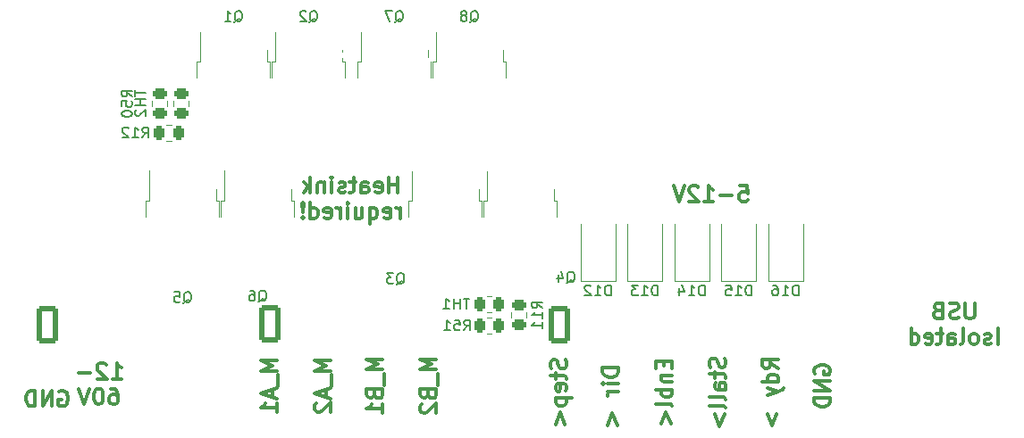
<source format=gbr>
%TF.GenerationSoftware,KiCad,Pcbnew,(6.0.4)*%
%TF.CreationDate,2022-03-22T00:44:57+01:00*%
%TF.ProjectId,HPDriver,48504472-6976-4657-922e-6b696361645f,1.0*%
%TF.SameCoordinates,Original*%
%TF.FileFunction,Legend,Bot*%
%TF.FilePolarity,Positive*%
%FSLAX46Y46*%
G04 Gerber Fmt 4.6, Leading zero omitted, Abs format (unit mm)*
G04 Created by KiCad (PCBNEW (6.0.4)) date 2022-03-22 00:44:57*
%MOMM*%
%LPD*%
G01*
G04 APERTURE LIST*
G04 Aperture macros list*
%AMRoundRect*
0 Rectangle with rounded corners*
0 $1 Rounding radius*
0 $2 $3 $4 $5 $6 $7 $8 $9 X,Y pos of 4 corners*
0 Add a 4 corners polygon primitive as box body*
4,1,4,$2,$3,$4,$5,$6,$7,$8,$9,$2,$3,0*
0 Add four circle primitives for the rounded corners*
1,1,$1+$1,$2,$3*
1,1,$1+$1,$4,$5*
1,1,$1+$1,$6,$7*
1,1,$1+$1,$8,$9*
0 Add four rect primitives between the rounded corners*
20,1,$1+$1,$2,$3,$4,$5,0*
20,1,$1+$1,$4,$5,$6,$7,0*
20,1,$1+$1,$6,$7,$8,$9,0*
20,1,$1+$1,$8,$9,$2,$3,0*%
G04 Aperture macros list end*
%ADD10C,0.300000*%
%ADD11C,0.150000*%
%ADD12C,0.120000*%
%ADD13RoundRect,0.250000X-0.750000X-1.550000X0.750000X-1.550000X0.750000X1.550000X-0.750000X1.550000X0*%
%ADD14O,2.000000X3.600000*%
%ADD15C,1.000000*%
%ADD16C,4.400000*%
%ADD17C,3.800000*%
%ADD18RoundRect,0.250000X0.600000X-0.600000X0.600000X0.600000X-0.600000X0.600000X-0.600000X-0.600000X0*%
%ADD19C,1.700000*%
%ADD20R,1.200000X2.200000*%
%ADD21R,5.800000X6.400000*%
%ADD22RoundRect,0.250000X-0.450000X0.262500X-0.450000X-0.262500X0.450000X-0.262500X0.450000X0.262500X0*%
%ADD23RoundRect,0.250000X-0.262500X-0.450000X0.262500X-0.450000X0.262500X0.450000X-0.262500X0.450000X0*%
%ADD24R,1.800000X2.500000*%
%ADD25C,0.800000*%
G04 APERTURE END LIST*
D10*
X110406571Y-134096428D02*
X108906571Y-134096428D01*
X109978000Y-134596428D01*
X108906571Y-135096428D01*
X110406571Y-135096428D01*
X110549428Y-135453571D02*
X110549428Y-136596428D01*
X109978000Y-136882142D02*
X109978000Y-137596428D01*
X110406571Y-136739285D02*
X108906571Y-137239285D01*
X110406571Y-137739285D01*
X110406571Y-139025000D02*
X110406571Y-138167857D01*
X110406571Y-138596428D02*
X108906571Y-138596428D01*
X109120857Y-138453571D01*
X109263714Y-138310714D01*
X109335142Y-138167857D01*
X161429000Y-135382142D02*
X161357571Y-135239285D01*
X161357571Y-135025000D01*
X161429000Y-134810714D01*
X161571857Y-134667857D01*
X161714714Y-134596428D01*
X162000428Y-134525000D01*
X162214714Y-134525000D01*
X162500428Y-134596428D01*
X162643285Y-134667857D01*
X162786142Y-134810714D01*
X162857571Y-135025000D01*
X162857571Y-135167857D01*
X162786142Y-135382142D01*
X162714714Y-135453571D01*
X162214714Y-135453571D01*
X162214714Y-135167857D01*
X162857571Y-136096428D02*
X161357571Y-136096428D01*
X162857571Y-136953571D01*
X161357571Y-136953571D01*
X162857571Y-137667857D02*
X161357571Y-137667857D01*
X161357571Y-138025000D01*
X161429000Y-138239285D01*
X161571857Y-138382142D01*
X161714714Y-138453571D01*
X162000428Y-138525000D01*
X162214714Y-138525000D01*
X162500428Y-138453571D01*
X162643285Y-138382142D01*
X162786142Y-138239285D01*
X162857571Y-138025000D01*
X162857571Y-137667857D01*
X137767142Y-134052857D02*
X137838571Y-134267142D01*
X137838571Y-134624285D01*
X137767142Y-134767142D01*
X137695714Y-134838571D01*
X137552857Y-134910000D01*
X137410000Y-134910000D01*
X137267142Y-134838571D01*
X137195714Y-134767142D01*
X137124285Y-134624285D01*
X137052857Y-134338571D01*
X136981428Y-134195714D01*
X136910000Y-134124285D01*
X136767142Y-134052857D01*
X136624285Y-134052857D01*
X136481428Y-134124285D01*
X136410000Y-134195714D01*
X136338571Y-134338571D01*
X136338571Y-134695714D01*
X136410000Y-134910000D01*
X136838571Y-135338571D02*
X136838571Y-135910000D01*
X136338571Y-135552857D02*
X137624285Y-135552857D01*
X137767142Y-135624285D01*
X137838571Y-135767142D01*
X137838571Y-135910000D01*
X137767142Y-136981428D02*
X137838571Y-136838571D01*
X137838571Y-136552857D01*
X137767142Y-136410000D01*
X137624285Y-136338571D01*
X137052857Y-136338571D01*
X136910000Y-136410000D01*
X136838571Y-136552857D01*
X136838571Y-136838571D01*
X136910000Y-136981428D01*
X137052857Y-137052857D01*
X137195714Y-137052857D01*
X137338571Y-136338571D01*
X136838571Y-137695714D02*
X138338571Y-137695714D01*
X136910000Y-137695714D02*
X136838571Y-137838571D01*
X136838571Y-138124285D01*
X136910000Y-138267142D01*
X136981428Y-138338571D01*
X137124285Y-138410000D01*
X137552857Y-138410000D01*
X137695714Y-138338571D01*
X137767142Y-138267142D01*
X137838571Y-138124285D01*
X137838571Y-137838571D01*
X137767142Y-137695714D01*
X136838571Y-140195714D02*
X137267142Y-139052857D01*
X137695714Y-140195714D01*
X142791571Y-134826714D02*
X141291571Y-134826714D01*
X141291571Y-135183857D01*
X141363000Y-135398142D01*
X141505857Y-135541000D01*
X141648714Y-135612428D01*
X141934428Y-135683857D01*
X142148714Y-135683857D01*
X142434428Y-135612428D01*
X142577285Y-135541000D01*
X142720142Y-135398142D01*
X142791571Y-135183857D01*
X142791571Y-134826714D01*
X142791571Y-136326714D02*
X141791571Y-136326714D01*
X141291571Y-136326714D02*
X141363000Y-136255285D01*
X141434428Y-136326714D01*
X141363000Y-136398142D01*
X141291571Y-136326714D01*
X141434428Y-136326714D01*
X142791571Y-137041000D02*
X141791571Y-137041000D01*
X142077285Y-137041000D02*
X141934428Y-137112428D01*
X141863000Y-137183857D01*
X141791571Y-137326714D01*
X141791571Y-137469571D01*
X141791571Y-140255285D02*
X142220142Y-139112428D01*
X142648714Y-140255285D01*
X147085857Y-134160000D02*
X147085857Y-134660000D01*
X147871571Y-134874285D02*
X147871571Y-134160000D01*
X146371571Y-134160000D01*
X146371571Y-134874285D01*
X146871571Y-135517142D02*
X147871571Y-135517142D01*
X147014428Y-135517142D02*
X146943000Y-135588571D01*
X146871571Y-135731428D01*
X146871571Y-135945714D01*
X146943000Y-136088571D01*
X147085857Y-136160000D01*
X147871571Y-136160000D01*
X147871571Y-136874285D02*
X146371571Y-136874285D01*
X146943000Y-136874285D02*
X146871571Y-137017142D01*
X146871571Y-137302857D01*
X146943000Y-137445714D01*
X147014428Y-137517142D01*
X147157285Y-137588571D01*
X147585857Y-137588571D01*
X147728714Y-137517142D01*
X147800142Y-137445714D01*
X147871571Y-137302857D01*
X147871571Y-137017142D01*
X147800142Y-136874285D01*
X147871571Y-138445714D02*
X147800142Y-138302857D01*
X147657285Y-138231428D01*
X146371571Y-138231428D01*
X146871571Y-140160000D02*
X147300142Y-139017142D01*
X147728714Y-140160000D01*
X152880142Y-133910000D02*
X152951571Y-134124285D01*
X152951571Y-134481428D01*
X152880142Y-134624285D01*
X152808714Y-134695714D01*
X152665857Y-134767142D01*
X152523000Y-134767142D01*
X152380142Y-134695714D01*
X152308714Y-134624285D01*
X152237285Y-134481428D01*
X152165857Y-134195714D01*
X152094428Y-134052857D01*
X152023000Y-133981428D01*
X151880142Y-133910000D01*
X151737285Y-133910000D01*
X151594428Y-133981428D01*
X151523000Y-134052857D01*
X151451571Y-134195714D01*
X151451571Y-134552857D01*
X151523000Y-134767142D01*
X151951571Y-135195714D02*
X151951571Y-135767142D01*
X151451571Y-135410000D02*
X152737285Y-135410000D01*
X152880142Y-135481428D01*
X152951571Y-135624285D01*
X152951571Y-135767142D01*
X152951571Y-136910000D02*
X152165857Y-136910000D01*
X152023000Y-136838571D01*
X151951571Y-136695714D01*
X151951571Y-136410000D01*
X152023000Y-136267142D01*
X152880142Y-136910000D02*
X152951571Y-136767142D01*
X152951571Y-136410000D01*
X152880142Y-136267142D01*
X152737285Y-136195714D01*
X152594428Y-136195714D01*
X152451571Y-136267142D01*
X152380142Y-136410000D01*
X152380142Y-136767142D01*
X152308714Y-136910000D01*
X152951571Y-137838571D02*
X152880142Y-137695714D01*
X152737285Y-137624285D01*
X151451571Y-137624285D01*
X152951571Y-138624285D02*
X152880142Y-138481428D01*
X152737285Y-138410000D01*
X151451571Y-138410000D01*
X151951571Y-139195714D02*
X152380142Y-140338571D01*
X152808714Y-139195714D01*
X157904571Y-134874285D02*
X157190285Y-134374285D01*
X157904571Y-134017142D02*
X156404571Y-134017142D01*
X156404571Y-134588571D01*
X156476000Y-134731428D01*
X156547428Y-134802857D01*
X156690285Y-134874285D01*
X156904571Y-134874285D01*
X157047428Y-134802857D01*
X157118857Y-134731428D01*
X157190285Y-134588571D01*
X157190285Y-134017142D01*
X157904571Y-136160000D02*
X156404571Y-136160000D01*
X157833142Y-136160000D02*
X157904571Y-136017142D01*
X157904571Y-135731428D01*
X157833142Y-135588571D01*
X157761714Y-135517142D01*
X157618857Y-135445714D01*
X157190285Y-135445714D01*
X157047428Y-135517142D01*
X156976000Y-135588571D01*
X156904571Y-135731428D01*
X156904571Y-136017142D01*
X156976000Y-136160000D01*
X156904571Y-136731428D02*
X157904571Y-137088571D01*
X156904571Y-137445714D02*
X157904571Y-137088571D01*
X158261714Y-136945714D01*
X158333142Y-136874285D01*
X158404571Y-136731428D01*
X156904571Y-139160000D02*
X157333142Y-140302857D01*
X157761714Y-139160000D01*
X115486571Y-134096428D02*
X113986571Y-134096428D01*
X115058000Y-134596428D01*
X113986571Y-135096428D01*
X115486571Y-135096428D01*
X115629428Y-135453571D02*
X115629428Y-136596428D01*
X115058000Y-136882142D02*
X115058000Y-137596428D01*
X115486571Y-136739285D02*
X113986571Y-137239285D01*
X115486571Y-137739285D01*
X114129428Y-138167857D02*
X114058000Y-138239285D01*
X113986571Y-138382142D01*
X113986571Y-138739285D01*
X114058000Y-138882142D01*
X114129428Y-138953571D01*
X114272285Y-139025000D01*
X114415142Y-139025000D01*
X114629428Y-138953571D01*
X115486571Y-138096428D01*
X115486571Y-139025000D01*
X120439571Y-133989285D02*
X118939571Y-133989285D01*
X120011000Y-134489285D01*
X118939571Y-134989285D01*
X120439571Y-134989285D01*
X120582428Y-135346428D02*
X120582428Y-136489285D01*
X119653857Y-137346428D02*
X119725285Y-137560714D01*
X119796714Y-137632142D01*
X119939571Y-137703571D01*
X120153857Y-137703571D01*
X120296714Y-137632142D01*
X120368142Y-137560714D01*
X120439571Y-137417857D01*
X120439571Y-136846428D01*
X118939571Y-136846428D01*
X118939571Y-137346428D01*
X119011000Y-137489285D01*
X119082428Y-137560714D01*
X119225285Y-137632142D01*
X119368142Y-137632142D01*
X119511000Y-137560714D01*
X119582428Y-137489285D01*
X119653857Y-137346428D01*
X119653857Y-136846428D01*
X120439571Y-139132142D02*
X120439571Y-138275000D01*
X120439571Y-138703571D02*
X118939571Y-138703571D01*
X119153857Y-138560714D01*
X119296714Y-138417857D01*
X119368142Y-138275000D01*
X125519571Y-133989285D02*
X124019571Y-133989285D01*
X125091000Y-134489285D01*
X124019571Y-134989285D01*
X125519571Y-134989285D01*
X125662428Y-135346428D02*
X125662428Y-136489285D01*
X124733857Y-137346428D02*
X124805285Y-137560714D01*
X124876714Y-137632142D01*
X125019571Y-137703571D01*
X125233857Y-137703571D01*
X125376714Y-137632142D01*
X125448142Y-137560714D01*
X125519571Y-137417857D01*
X125519571Y-136846428D01*
X124019571Y-136846428D01*
X124019571Y-137346428D01*
X124091000Y-137489285D01*
X124162428Y-137560714D01*
X124305285Y-137632142D01*
X124448142Y-137632142D01*
X124591000Y-137560714D01*
X124662428Y-137489285D01*
X124733857Y-137346428D01*
X124733857Y-136846428D01*
X124162428Y-138275000D02*
X124091000Y-138346428D01*
X124019571Y-138489285D01*
X124019571Y-138846428D01*
X124091000Y-138989285D01*
X124162428Y-139060714D01*
X124305285Y-139132142D01*
X124448142Y-139132142D01*
X124662428Y-139060714D01*
X125519571Y-138203571D01*
X125519571Y-139132142D01*
X176517857Y-128654071D02*
X176517857Y-129868357D01*
X176446428Y-130011214D01*
X176375000Y-130082642D01*
X176232142Y-130154071D01*
X175946428Y-130154071D01*
X175803571Y-130082642D01*
X175732142Y-130011214D01*
X175660714Y-129868357D01*
X175660714Y-128654071D01*
X175017857Y-130082642D02*
X174803571Y-130154071D01*
X174446428Y-130154071D01*
X174303571Y-130082642D01*
X174232142Y-130011214D01*
X174160714Y-129868357D01*
X174160714Y-129725500D01*
X174232142Y-129582642D01*
X174303571Y-129511214D01*
X174446428Y-129439785D01*
X174732142Y-129368357D01*
X174875000Y-129296928D01*
X174946428Y-129225500D01*
X175017857Y-129082642D01*
X175017857Y-128939785D01*
X174946428Y-128796928D01*
X174875000Y-128725500D01*
X174732142Y-128654071D01*
X174375000Y-128654071D01*
X174160714Y-128725500D01*
X173017857Y-129368357D02*
X172803571Y-129439785D01*
X172732142Y-129511214D01*
X172660714Y-129654071D01*
X172660714Y-129868357D01*
X172732142Y-130011214D01*
X172803571Y-130082642D01*
X172946428Y-130154071D01*
X173517857Y-130154071D01*
X173517857Y-128654071D01*
X173017857Y-128654071D01*
X172875000Y-128725500D01*
X172803571Y-128796928D01*
X172732142Y-128939785D01*
X172732142Y-129082642D01*
X172803571Y-129225500D01*
X172875000Y-129296928D01*
X173017857Y-129368357D01*
X173517857Y-129368357D01*
X178732142Y-132569071D02*
X178732142Y-131069071D01*
X178089285Y-132497642D02*
X177946428Y-132569071D01*
X177660714Y-132569071D01*
X177517857Y-132497642D01*
X177446428Y-132354785D01*
X177446428Y-132283357D01*
X177517857Y-132140500D01*
X177660714Y-132069071D01*
X177875000Y-132069071D01*
X178017857Y-131997642D01*
X178089285Y-131854785D01*
X178089285Y-131783357D01*
X178017857Y-131640500D01*
X177875000Y-131569071D01*
X177660714Y-131569071D01*
X177517857Y-131640500D01*
X176589285Y-132569071D02*
X176732142Y-132497642D01*
X176803571Y-132426214D01*
X176875000Y-132283357D01*
X176875000Y-131854785D01*
X176803571Y-131711928D01*
X176732142Y-131640500D01*
X176589285Y-131569071D01*
X176375000Y-131569071D01*
X176232142Y-131640500D01*
X176160714Y-131711928D01*
X176089285Y-131854785D01*
X176089285Y-132283357D01*
X176160714Y-132426214D01*
X176232142Y-132497642D01*
X176375000Y-132569071D01*
X176589285Y-132569071D01*
X175232142Y-132569071D02*
X175375000Y-132497642D01*
X175446428Y-132354785D01*
X175446428Y-131069071D01*
X174017857Y-132569071D02*
X174017857Y-131783357D01*
X174089285Y-131640500D01*
X174232142Y-131569071D01*
X174517857Y-131569071D01*
X174660714Y-131640500D01*
X174017857Y-132497642D02*
X174160714Y-132569071D01*
X174517857Y-132569071D01*
X174660714Y-132497642D01*
X174732142Y-132354785D01*
X174732142Y-132211928D01*
X174660714Y-132069071D01*
X174517857Y-131997642D01*
X174160714Y-131997642D01*
X174017857Y-131926214D01*
X173517857Y-131569071D02*
X172946428Y-131569071D01*
X173303571Y-131069071D02*
X173303571Y-132354785D01*
X173232142Y-132497642D01*
X173089285Y-132569071D01*
X172946428Y-132569071D01*
X171875000Y-132497642D02*
X172017857Y-132569071D01*
X172303571Y-132569071D01*
X172446428Y-132497642D01*
X172517857Y-132354785D01*
X172517857Y-131783357D01*
X172446428Y-131640500D01*
X172303571Y-131569071D01*
X172017857Y-131569071D01*
X171875000Y-131640500D01*
X171803571Y-131783357D01*
X171803571Y-131926214D01*
X172517857Y-132069071D01*
X170517857Y-132569071D02*
X170517857Y-131069071D01*
X170517857Y-132497642D02*
X170660714Y-132569071D01*
X170946428Y-132569071D01*
X171089285Y-132497642D01*
X171160714Y-132426214D01*
X171232142Y-132283357D01*
X171232142Y-131854785D01*
X171160714Y-131711928D01*
X171089285Y-131640500D01*
X170946428Y-131569071D01*
X170660714Y-131569071D01*
X170517857Y-131640500D01*
X89788857Y-137045000D02*
X89931714Y-136973571D01*
X90146000Y-136973571D01*
X90360285Y-137045000D01*
X90503142Y-137187857D01*
X90574571Y-137330714D01*
X90646000Y-137616428D01*
X90646000Y-137830714D01*
X90574571Y-138116428D01*
X90503142Y-138259285D01*
X90360285Y-138402142D01*
X90146000Y-138473571D01*
X90003142Y-138473571D01*
X89788857Y-138402142D01*
X89717428Y-138330714D01*
X89717428Y-137830714D01*
X90003142Y-137830714D01*
X89074571Y-138473571D02*
X89074571Y-136973571D01*
X88217428Y-138473571D01*
X88217428Y-136973571D01*
X87503142Y-138473571D02*
X87503142Y-136973571D01*
X87146000Y-136973571D01*
X86931714Y-137045000D01*
X86788857Y-137187857D01*
X86717428Y-137330714D01*
X86646000Y-137616428D01*
X86646000Y-137830714D01*
X86717428Y-138116428D01*
X86788857Y-138259285D01*
X86931714Y-138402142D01*
X87146000Y-138473571D01*
X87503142Y-138473571D01*
X154280857Y-117542571D02*
X154995142Y-117542571D01*
X155066571Y-118256857D01*
X154995142Y-118185428D01*
X154852285Y-118114000D01*
X154495142Y-118114000D01*
X154352285Y-118185428D01*
X154280857Y-118256857D01*
X154209428Y-118399714D01*
X154209428Y-118756857D01*
X154280857Y-118899714D01*
X154352285Y-118971142D01*
X154495142Y-119042571D01*
X154852285Y-119042571D01*
X154995142Y-118971142D01*
X155066571Y-118899714D01*
X153566571Y-118471142D02*
X152423714Y-118471142D01*
X150923714Y-119042571D02*
X151780857Y-119042571D01*
X151352285Y-119042571D02*
X151352285Y-117542571D01*
X151495142Y-117756857D01*
X151638000Y-117899714D01*
X151780857Y-117971142D01*
X150352285Y-117685428D02*
X150280857Y-117614000D01*
X150138000Y-117542571D01*
X149780857Y-117542571D01*
X149638000Y-117614000D01*
X149566571Y-117685428D01*
X149495142Y-117828285D01*
X149495142Y-117971142D01*
X149566571Y-118185428D01*
X150423714Y-119042571D01*
X149495142Y-119042571D01*
X149066571Y-117542571D02*
X148566571Y-119042571D01*
X148066571Y-117542571D01*
X121903571Y-118216071D02*
X121903571Y-116716071D01*
X121903571Y-117430357D02*
X121046428Y-117430357D01*
X121046428Y-118216071D02*
X121046428Y-116716071D01*
X119760714Y-118144642D02*
X119903571Y-118216071D01*
X120189285Y-118216071D01*
X120332142Y-118144642D01*
X120403571Y-118001785D01*
X120403571Y-117430357D01*
X120332142Y-117287500D01*
X120189285Y-117216071D01*
X119903571Y-117216071D01*
X119760714Y-117287500D01*
X119689285Y-117430357D01*
X119689285Y-117573214D01*
X120403571Y-117716071D01*
X118403571Y-118216071D02*
X118403571Y-117430357D01*
X118475000Y-117287500D01*
X118617857Y-117216071D01*
X118903571Y-117216071D01*
X119046428Y-117287500D01*
X118403571Y-118144642D02*
X118546428Y-118216071D01*
X118903571Y-118216071D01*
X119046428Y-118144642D01*
X119117857Y-118001785D01*
X119117857Y-117858928D01*
X119046428Y-117716071D01*
X118903571Y-117644642D01*
X118546428Y-117644642D01*
X118403571Y-117573214D01*
X117903571Y-117216071D02*
X117332142Y-117216071D01*
X117689285Y-116716071D02*
X117689285Y-118001785D01*
X117617857Y-118144642D01*
X117475000Y-118216071D01*
X117332142Y-118216071D01*
X116903571Y-118144642D02*
X116760714Y-118216071D01*
X116475000Y-118216071D01*
X116332142Y-118144642D01*
X116260714Y-118001785D01*
X116260714Y-117930357D01*
X116332142Y-117787500D01*
X116475000Y-117716071D01*
X116689285Y-117716071D01*
X116832142Y-117644642D01*
X116903571Y-117501785D01*
X116903571Y-117430357D01*
X116832142Y-117287500D01*
X116689285Y-117216071D01*
X116475000Y-117216071D01*
X116332142Y-117287500D01*
X115617857Y-118216071D02*
X115617857Y-117216071D01*
X115617857Y-116716071D02*
X115689285Y-116787500D01*
X115617857Y-116858928D01*
X115546428Y-116787500D01*
X115617857Y-116716071D01*
X115617857Y-116858928D01*
X114903571Y-117216071D02*
X114903571Y-118216071D01*
X114903571Y-117358928D02*
X114832142Y-117287500D01*
X114689285Y-117216071D01*
X114475000Y-117216071D01*
X114332142Y-117287500D01*
X114260714Y-117430357D01*
X114260714Y-118216071D01*
X113546428Y-118216071D02*
X113546428Y-116716071D01*
X113403571Y-117644642D02*
X112975000Y-118216071D01*
X112975000Y-117216071D02*
X113546428Y-117787500D01*
X122082142Y-120631071D02*
X122082142Y-119631071D01*
X122082142Y-119916785D02*
X122010714Y-119773928D01*
X121939285Y-119702500D01*
X121796428Y-119631071D01*
X121653571Y-119631071D01*
X120582142Y-120559642D02*
X120725000Y-120631071D01*
X121010714Y-120631071D01*
X121153571Y-120559642D01*
X121225000Y-120416785D01*
X121225000Y-119845357D01*
X121153571Y-119702500D01*
X121010714Y-119631071D01*
X120725000Y-119631071D01*
X120582142Y-119702500D01*
X120510714Y-119845357D01*
X120510714Y-119988214D01*
X121225000Y-120131071D01*
X119225000Y-119631071D02*
X119225000Y-121131071D01*
X119225000Y-120559642D02*
X119367857Y-120631071D01*
X119653571Y-120631071D01*
X119796428Y-120559642D01*
X119867857Y-120488214D01*
X119939285Y-120345357D01*
X119939285Y-119916785D01*
X119867857Y-119773928D01*
X119796428Y-119702500D01*
X119653571Y-119631071D01*
X119367857Y-119631071D01*
X119225000Y-119702500D01*
X117867857Y-119631071D02*
X117867857Y-120631071D01*
X118510714Y-119631071D02*
X118510714Y-120416785D01*
X118439285Y-120559642D01*
X118296428Y-120631071D01*
X118082142Y-120631071D01*
X117939285Y-120559642D01*
X117867857Y-120488214D01*
X117153571Y-120631071D02*
X117153571Y-119631071D01*
X117153571Y-119131071D02*
X117225000Y-119202500D01*
X117153571Y-119273928D01*
X117082142Y-119202500D01*
X117153571Y-119131071D01*
X117153571Y-119273928D01*
X116439285Y-120631071D02*
X116439285Y-119631071D01*
X116439285Y-119916785D02*
X116367857Y-119773928D01*
X116296428Y-119702500D01*
X116153571Y-119631071D01*
X116010714Y-119631071D01*
X114939285Y-120559642D02*
X115082142Y-120631071D01*
X115367857Y-120631071D01*
X115510714Y-120559642D01*
X115582142Y-120416785D01*
X115582142Y-119845357D01*
X115510714Y-119702500D01*
X115367857Y-119631071D01*
X115082142Y-119631071D01*
X114939285Y-119702500D01*
X114867857Y-119845357D01*
X114867857Y-119988214D01*
X115582142Y-120131071D01*
X113582142Y-120631071D02*
X113582142Y-119131071D01*
X113582142Y-120559642D02*
X113725000Y-120631071D01*
X114010714Y-120631071D01*
X114153571Y-120559642D01*
X114225000Y-120488214D01*
X114296428Y-120345357D01*
X114296428Y-119916785D01*
X114225000Y-119773928D01*
X114153571Y-119702500D01*
X114010714Y-119631071D01*
X113725000Y-119631071D01*
X113582142Y-119702500D01*
X112867857Y-120488214D02*
X112796428Y-120559642D01*
X112867857Y-120631071D01*
X112939285Y-120559642D01*
X112867857Y-120488214D01*
X112867857Y-120631071D01*
X112867857Y-120059642D02*
X112939285Y-119202500D01*
X112867857Y-119131071D01*
X112796428Y-119202500D01*
X112867857Y-120059642D01*
X112867857Y-119131071D01*
X94813285Y-135869071D02*
X95670428Y-135869071D01*
X95241857Y-135869071D02*
X95241857Y-134369071D01*
X95384714Y-134583357D01*
X95527571Y-134726214D01*
X95670428Y-134797642D01*
X94241857Y-134511928D02*
X94170428Y-134440500D01*
X94027571Y-134369071D01*
X93670428Y-134369071D01*
X93527571Y-134440500D01*
X93456142Y-134511928D01*
X93384714Y-134654785D01*
X93384714Y-134797642D01*
X93456142Y-135011928D01*
X94313285Y-135869071D01*
X93384714Y-135869071D01*
X92741857Y-135297642D02*
X91599000Y-135297642D01*
X94670428Y-136784071D02*
X94956142Y-136784071D01*
X95099000Y-136855500D01*
X95170428Y-136926928D01*
X95313285Y-137141214D01*
X95384714Y-137426928D01*
X95384714Y-137998357D01*
X95313285Y-138141214D01*
X95241857Y-138212642D01*
X95099000Y-138284071D01*
X94813285Y-138284071D01*
X94670428Y-138212642D01*
X94599000Y-138141214D01*
X94527571Y-137998357D01*
X94527571Y-137641214D01*
X94599000Y-137498357D01*
X94670428Y-137426928D01*
X94813285Y-137355500D01*
X95099000Y-137355500D01*
X95241857Y-137426928D01*
X95313285Y-137498357D01*
X95384714Y-137641214D01*
X93599000Y-136784071D02*
X93456142Y-136784071D01*
X93313285Y-136855500D01*
X93241857Y-136926928D01*
X93170428Y-137069785D01*
X93099000Y-137355500D01*
X93099000Y-137712642D01*
X93170428Y-137998357D01*
X93241857Y-138141214D01*
X93313285Y-138212642D01*
X93456142Y-138284071D01*
X93599000Y-138284071D01*
X93741857Y-138212642D01*
X93813285Y-138141214D01*
X93884714Y-137998357D01*
X93956142Y-137712642D01*
X93956142Y-137355500D01*
X93884714Y-137069785D01*
X93813285Y-136926928D01*
X93741857Y-136855500D01*
X93599000Y-136784071D01*
X92670428Y-136784071D02*
X92170428Y-138284071D01*
X91670428Y-136784071D01*
D11*
X108680238Y-128563619D02*
X108775476Y-128516000D01*
X108870714Y-128420761D01*
X109013571Y-128277904D01*
X109108809Y-128230285D01*
X109204047Y-128230285D01*
X109156428Y-128468380D02*
X109251666Y-128420761D01*
X109346904Y-128325523D01*
X109394523Y-128135047D01*
X109394523Y-127801714D01*
X109346904Y-127611238D01*
X109251666Y-127516000D01*
X109156428Y-127468380D01*
X108965952Y-127468380D01*
X108870714Y-127516000D01*
X108775476Y-127611238D01*
X108727857Y-127801714D01*
X108727857Y-128135047D01*
X108775476Y-128325523D01*
X108870714Y-128420761D01*
X108965952Y-128468380D01*
X109156428Y-128468380D01*
X107870714Y-127468380D02*
X108061190Y-127468380D01*
X108156428Y-127516000D01*
X108204047Y-127563619D01*
X108299285Y-127706476D01*
X108346904Y-127896952D01*
X108346904Y-128277904D01*
X108299285Y-128373142D01*
X108251666Y-128420761D01*
X108156428Y-128468380D01*
X107965952Y-128468380D01*
X107870714Y-128420761D01*
X107823095Y-128373142D01*
X107775476Y-128277904D01*
X107775476Y-128039809D01*
X107823095Y-127944571D01*
X107870714Y-127896952D01*
X107965952Y-127849333D01*
X108156428Y-127849333D01*
X108251666Y-127896952D01*
X108299285Y-127944571D01*
X108346904Y-128039809D01*
X101568238Y-128690619D02*
X101663476Y-128643000D01*
X101758714Y-128547761D01*
X101901571Y-128404904D01*
X101996809Y-128357285D01*
X102092047Y-128357285D01*
X102044428Y-128595380D02*
X102139666Y-128547761D01*
X102234904Y-128452523D01*
X102282523Y-128262047D01*
X102282523Y-127928714D01*
X102234904Y-127738238D01*
X102139666Y-127643000D01*
X102044428Y-127595380D01*
X101853952Y-127595380D01*
X101758714Y-127643000D01*
X101663476Y-127738238D01*
X101615857Y-127928714D01*
X101615857Y-128262047D01*
X101663476Y-128452523D01*
X101758714Y-128547761D01*
X101853952Y-128595380D01*
X102044428Y-128595380D01*
X100711095Y-127595380D02*
X101187285Y-127595380D01*
X101234904Y-128071571D01*
X101187285Y-128023952D01*
X101092047Y-127976333D01*
X100853952Y-127976333D01*
X100758714Y-128023952D01*
X100711095Y-128071571D01*
X100663476Y-128166809D01*
X100663476Y-128404904D01*
X100711095Y-128500142D01*
X100758714Y-128547761D01*
X100853952Y-128595380D01*
X101092047Y-128595380D01*
X101187285Y-128547761D01*
X101234904Y-128500142D01*
X121634238Y-102020619D02*
X121729476Y-101973000D01*
X121824714Y-101877761D01*
X121967571Y-101734904D01*
X122062809Y-101687285D01*
X122158047Y-101687285D01*
X122110428Y-101925380D02*
X122205666Y-101877761D01*
X122300904Y-101782523D01*
X122348523Y-101592047D01*
X122348523Y-101258714D01*
X122300904Y-101068238D01*
X122205666Y-100973000D01*
X122110428Y-100925380D01*
X121919952Y-100925380D01*
X121824714Y-100973000D01*
X121729476Y-101068238D01*
X121681857Y-101258714D01*
X121681857Y-101592047D01*
X121729476Y-101782523D01*
X121824714Y-101877761D01*
X121919952Y-101925380D01*
X122110428Y-101925380D01*
X121348523Y-100925380D02*
X120681857Y-100925380D01*
X121110428Y-101925380D01*
X113506238Y-102020619D02*
X113601476Y-101973000D01*
X113696714Y-101877761D01*
X113839571Y-101734904D01*
X113934809Y-101687285D01*
X114030047Y-101687285D01*
X113982428Y-101925380D02*
X114077666Y-101877761D01*
X114172904Y-101782523D01*
X114220523Y-101592047D01*
X114220523Y-101258714D01*
X114172904Y-101068238D01*
X114077666Y-100973000D01*
X113982428Y-100925380D01*
X113791952Y-100925380D01*
X113696714Y-100973000D01*
X113601476Y-101068238D01*
X113553857Y-101258714D01*
X113553857Y-101592047D01*
X113601476Y-101782523D01*
X113696714Y-101877761D01*
X113791952Y-101925380D01*
X113982428Y-101925380D01*
X113172904Y-101020619D02*
X113125285Y-100973000D01*
X113030047Y-100925380D01*
X112791952Y-100925380D01*
X112696714Y-100973000D01*
X112649095Y-101020619D01*
X112601476Y-101115857D01*
X112601476Y-101211095D01*
X112649095Y-101353952D01*
X113220523Y-101925380D01*
X112601476Y-101925380D01*
X106394238Y-102020619D02*
X106489476Y-101973000D01*
X106584714Y-101877761D01*
X106727571Y-101734904D01*
X106822809Y-101687285D01*
X106918047Y-101687285D01*
X106870428Y-101925380D02*
X106965666Y-101877761D01*
X107060904Y-101782523D01*
X107108523Y-101592047D01*
X107108523Y-101258714D01*
X107060904Y-101068238D01*
X106965666Y-100973000D01*
X106870428Y-100925380D01*
X106679952Y-100925380D01*
X106584714Y-100973000D01*
X106489476Y-101068238D01*
X106441857Y-101258714D01*
X106441857Y-101592047D01*
X106489476Y-101782523D01*
X106584714Y-101877761D01*
X106679952Y-101925380D01*
X106870428Y-101925380D01*
X105489476Y-101925380D02*
X106060904Y-101925380D01*
X105775190Y-101925380D02*
X105775190Y-100925380D01*
X105870428Y-101068238D01*
X105965666Y-101163476D01*
X106060904Y-101211095D01*
X121761238Y-126912619D02*
X121856476Y-126865000D01*
X121951714Y-126769761D01*
X122094571Y-126626904D01*
X122189809Y-126579285D01*
X122285047Y-126579285D01*
X122237428Y-126817380D02*
X122332666Y-126769761D01*
X122427904Y-126674523D01*
X122475523Y-126484047D01*
X122475523Y-126150714D01*
X122427904Y-125960238D01*
X122332666Y-125865000D01*
X122237428Y-125817380D01*
X122046952Y-125817380D01*
X121951714Y-125865000D01*
X121856476Y-125960238D01*
X121808857Y-126150714D01*
X121808857Y-126484047D01*
X121856476Y-126674523D01*
X121951714Y-126769761D01*
X122046952Y-126817380D01*
X122237428Y-126817380D01*
X121475523Y-125817380D02*
X120856476Y-125817380D01*
X121189809Y-126198333D01*
X121046952Y-126198333D01*
X120951714Y-126245952D01*
X120904095Y-126293571D01*
X120856476Y-126388809D01*
X120856476Y-126626904D01*
X120904095Y-126722142D01*
X120951714Y-126769761D01*
X121046952Y-126817380D01*
X121332666Y-126817380D01*
X121427904Y-126769761D01*
X121475523Y-126722142D01*
X137890238Y-126785619D02*
X137985476Y-126738000D01*
X138080714Y-126642761D01*
X138223571Y-126499904D01*
X138318809Y-126452285D01*
X138414047Y-126452285D01*
X138366428Y-126690380D02*
X138461666Y-126642761D01*
X138556904Y-126547523D01*
X138604523Y-126357047D01*
X138604523Y-126023714D01*
X138556904Y-125833238D01*
X138461666Y-125738000D01*
X138366428Y-125690380D01*
X138175952Y-125690380D01*
X138080714Y-125738000D01*
X137985476Y-125833238D01*
X137937857Y-126023714D01*
X137937857Y-126357047D01*
X137985476Y-126547523D01*
X138080714Y-126642761D01*
X138175952Y-126690380D01*
X138366428Y-126690380D01*
X137080714Y-126023714D02*
X137080714Y-126690380D01*
X137318809Y-125642761D02*
X137556904Y-126357047D01*
X136937857Y-126357047D01*
X135580380Y-129151142D02*
X135104190Y-128817809D01*
X135580380Y-128579714D02*
X134580380Y-128579714D01*
X134580380Y-128960666D01*
X134628000Y-129055904D01*
X134675619Y-129103523D01*
X134770857Y-129151142D01*
X134913714Y-129151142D01*
X135008952Y-129103523D01*
X135056571Y-129055904D01*
X135104190Y-128960666D01*
X135104190Y-128579714D01*
X135580380Y-130103523D02*
X135580380Y-129532095D01*
X135580380Y-129817809D02*
X134580380Y-129817809D01*
X134723238Y-129722571D01*
X134818476Y-129627333D01*
X134866095Y-129532095D01*
X135580380Y-131055904D02*
X135580380Y-130484476D01*
X135580380Y-130770190D02*
X134580380Y-130770190D01*
X134723238Y-130674952D01*
X134818476Y-130579714D01*
X134866095Y-130484476D01*
X97670857Y-112974380D02*
X98004190Y-112498190D01*
X98242285Y-112974380D02*
X98242285Y-111974380D01*
X97861333Y-111974380D01*
X97766095Y-112022000D01*
X97718476Y-112069619D01*
X97670857Y-112164857D01*
X97670857Y-112307714D01*
X97718476Y-112402952D01*
X97766095Y-112450571D01*
X97861333Y-112498190D01*
X98242285Y-112498190D01*
X96718476Y-112974380D02*
X97289904Y-112974380D01*
X97004190Y-112974380D02*
X97004190Y-111974380D01*
X97099428Y-112117238D01*
X97194666Y-112212476D01*
X97289904Y-112260095D01*
X96337523Y-112069619D02*
X96289904Y-112022000D01*
X96194666Y-111974380D01*
X95956571Y-111974380D01*
X95861333Y-112022000D01*
X95813714Y-112069619D01*
X95766095Y-112164857D01*
X95766095Y-112260095D01*
X95813714Y-112402952D01*
X96385142Y-112974380D01*
X95766095Y-112974380D01*
X128666714Y-128230380D02*
X128095285Y-128230380D01*
X128381000Y-129230380D02*
X128381000Y-128230380D01*
X127761952Y-129230380D02*
X127761952Y-128230380D01*
X127761952Y-128706571D02*
X127190523Y-128706571D01*
X127190523Y-129230380D02*
X127190523Y-128230380D01*
X126190523Y-129230380D02*
X126761952Y-129230380D01*
X126476238Y-129230380D02*
X126476238Y-128230380D01*
X126571476Y-128373238D01*
X126666714Y-128468476D01*
X126761952Y-128516095D01*
X96988380Y-108442285D02*
X96988380Y-109013714D01*
X97988380Y-108728000D02*
X96988380Y-108728000D01*
X97988380Y-109347047D02*
X96988380Y-109347047D01*
X97464571Y-109347047D02*
X97464571Y-109918476D01*
X97988380Y-109918476D02*
X96988380Y-109918476D01*
X97083619Y-110347047D02*
X97036000Y-110394666D01*
X96988380Y-110489904D01*
X96988380Y-110728000D01*
X97036000Y-110823238D01*
X97083619Y-110870857D01*
X97178857Y-110918476D01*
X97274095Y-110918476D01*
X97416952Y-110870857D01*
X97988380Y-110299428D01*
X97988380Y-110918476D01*
X128746238Y-102020619D02*
X128841476Y-101973000D01*
X128936714Y-101877761D01*
X129079571Y-101734904D01*
X129174809Y-101687285D01*
X129270047Y-101687285D01*
X129222428Y-101925380D02*
X129317666Y-101877761D01*
X129412904Y-101782523D01*
X129460523Y-101592047D01*
X129460523Y-101258714D01*
X129412904Y-101068238D01*
X129317666Y-100973000D01*
X129222428Y-100925380D01*
X129031952Y-100925380D01*
X128936714Y-100973000D01*
X128841476Y-101068238D01*
X128793857Y-101258714D01*
X128793857Y-101592047D01*
X128841476Y-101782523D01*
X128936714Y-101877761D01*
X129031952Y-101925380D01*
X129222428Y-101925380D01*
X128222428Y-101353952D02*
X128317666Y-101306333D01*
X128365285Y-101258714D01*
X128412904Y-101163476D01*
X128412904Y-101115857D01*
X128365285Y-101020619D01*
X128317666Y-100973000D01*
X128222428Y-100925380D01*
X128031952Y-100925380D01*
X127936714Y-100973000D01*
X127889095Y-101020619D01*
X127841476Y-101115857D01*
X127841476Y-101163476D01*
X127889095Y-101258714D01*
X127936714Y-101306333D01*
X128031952Y-101353952D01*
X128222428Y-101353952D01*
X128317666Y-101401571D01*
X128365285Y-101449190D01*
X128412904Y-101544428D01*
X128412904Y-101734904D01*
X128365285Y-101830142D01*
X128317666Y-101877761D01*
X128222428Y-101925380D01*
X128031952Y-101925380D01*
X127936714Y-101877761D01*
X127889095Y-101830142D01*
X127841476Y-101734904D01*
X127841476Y-101544428D01*
X127889095Y-101449190D01*
X127936714Y-101401571D01*
X128031952Y-101353952D01*
X96718380Y-109085142D02*
X96242190Y-108751809D01*
X96718380Y-108513714D02*
X95718380Y-108513714D01*
X95718380Y-108894666D01*
X95766000Y-108989904D01*
X95813619Y-109037523D01*
X95908857Y-109085142D01*
X96051714Y-109085142D01*
X96146952Y-109037523D01*
X96194571Y-108989904D01*
X96242190Y-108894666D01*
X96242190Y-108513714D01*
X95718380Y-109989904D02*
X95718380Y-109513714D01*
X96194571Y-109466095D01*
X96146952Y-109513714D01*
X96099333Y-109608952D01*
X96099333Y-109847047D01*
X96146952Y-109942285D01*
X96194571Y-109989904D01*
X96289809Y-110037523D01*
X96527904Y-110037523D01*
X96623142Y-109989904D01*
X96670761Y-109942285D01*
X96718380Y-109847047D01*
X96718380Y-109608952D01*
X96670761Y-109513714D01*
X96623142Y-109466095D01*
X95718380Y-110656571D02*
X95718380Y-110751809D01*
X95766000Y-110847047D01*
X95813619Y-110894666D01*
X95908857Y-110942285D01*
X96099333Y-110989904D01*
X96337428Y-110989904D01*
X96527904Y-110942285D01*
X96623142Y-110894666D01*
X96670761Y-110847047D01*
X96718380Y-110751809D01*
X96718380Y-110656571D01*
X96670761Y-110561333D01*
X96623142Y-110513714D01*
X96527904Y-110466095D01*
X96337428Y-110418476D01*
X96099333Y-110418476D01*
X95908857Y-110466095D01*
X95813619Y-110513714D01*
X95766000Y-110561333D01*
X95718380Y-110656571D01*
X128150857Y-131262380D02*
X128484190Y-130786190D01*
X128722285Y-131262380D02*
X128722285Y-130262380D01*
X128341333Y-130262380D01*
X128246095Y-130310000D01*
X128198476Y-130357619D01*
X128150857Y-130452857D01*
X128150857Y-130595714D01*
X128198476Y-130690952D01*
X128246095Y-130738571D01*
X128341333Y-130786190D01*
X128722285Y-130786190D01*
X127246095Y-130262380D02*
X127722285Y-130262380D01*
X127769904Y-130738571D01*
X127722285Y-130690952D01*
X127627047Y-130643333D01*
X127388952Y-130643333D01*
X127293714Y-130690952D01*
X127246095Y-130738571D01*
X127198476Y-130833809D01*
X127198476Y-131071904D01*
X127246095Y-131167142D01*
X127293714Y-131214761D01*
X127388952Y-131262380D01*
X127627047Y-131262380D01*
X127722285Y-131214761D01*
X127769904Y-131167142D01*
X126246095Y-131262380D02*
X126817523Y-131262380D01*
X126531809Y-131262380D02*
X126531809Y-130262380D01*
X126627047Y-130405238D01*
X126722285Y-130500476D01*
X126817523Y-130548095D01*
X142057285Y-127960380D02*
X142057285Y-126960380D01*
X141819190Y-126960380D01*
X141676333Y-127008000D01*
X141581095Y-127103238D01*
X141533476Y-127198476D01*
X141485857Y-127388952D01*
X141485857Y-127531809D01*
X141533476Y-127722285D01*
X141581095Y-127817523D01*
X141676333Y-127912761D01*
X141819190Y-127960380D01*
X142057285Y-127960380D01*
X140533476Y-127960380D02*
X141104904Y-127960380D01*
X140819190Y-127960380D02*
X140819190Y-126960380D01*
X140914428Y-127103238D01*
X141009666Y-127198476D01*
X141104904Y-127246095D01*
X140152523Y-127055619D02*
X140104904Y-127008000D01*
X140009666Y-126960380D01*
X139771571Y-126960380D01*
X139676333Y-127008000D01*
X139628714Y-127055619D01*
X139581095Y-127150857D01*
X139581095Y-127246095D01*
X139628714Y-127388952D01*
X140200142Y-127960380D01*
X139581095Y-127960380D01*
X146502285Y-127960380D02*
X146502285Y-126960380D01*
X146264190Y-126960380D01*
X146121333Y-127008000D01*
X146026095Y-127103238D01*
X145978476Y-127198476D01*
X145930857Y-127388952D01*
X145930857Y-127531809D01*
X145978476Y-127722285D01*
X146026095Y-127817523D01*
X146121333Y-127912761D01*
X146264190Y-127960380D01*
X146502285Y-127960380D01*
X144978476Y-127960380D02*
X145549904Y-127960380D01*
X145264190Y-127960380D02*
X145264190Y-126960380D01*
X145359428Y-127103238D01*
X145454666Y-127198476D01*
X145549904Y-127246095D01*
X144645142Y-126960380D02*
X144026095Y-126960380D01*
X144359428Y-127341333D01*
X144216571Y-127341333D01*
X144121333Y-127388952D01*
X144073714Y-127436571D01*
X144026095Y-127531809D01*
X144026095Y-127769904D01*
X144073714Y-127865142D01*
X144121333Y-127912761D01*
X144216571Y-127960380D01*
X144502285Y-127960380D01*
X144597523Y-127912761D01*
X144645142Y-127865142D01*
X155392285Y-127960380D02*
X155392285Y-126960380D01*
X155154190Y-126960380D01*
X155011333Y-127008000D01*
X154916095Y-127103238D01*
X154868476Y-127198476D01*
X154820857Y-127388952D01*
X154820857Y-127531809D01*
X154868476Y-127722285D01*
X154916095Y-127817523D01*
X155011333Y-127912761D01*
X155154190Y-127960380D01*
X155392285Y-127960380D01*
X153868476Y-127960380D02*
X154439904Y-127960380D01*
X154154190Y-127960380D02*
X154154190Y-126960380D01*
X154249428Y-127103238D01*
X154344666Y-127198476D01*
X154439904Y-127246095D01*
X152963714Y-126960380D02*
X153439904Y-126960380D01*
X153487523Y-127436571D01*
X153439904Y-127388952D01*
X153344666Y-127341333D01*
X153106571Y-127341333D01*
X153011333Y-127388952D01*
X152963714Y-127436571D01*
X152916095Y-127531809D01*
X152916095Y-127769904D01*
X152963714Y-127865142D01*
X153011333Y-127912761D01*
X153106571Y-127960380D01*
X153344666Y-127960380D01*
X153439904Y-127912761D01*
X153487523Y-127865142D01*
X159837285Y-127960380D02*
X159837285Y-126960380D01*
X159599190Y-126960380D01*
X159456333Y-127008000D01*
X159361095Y-127103238D01*
X159313476Y-127198476D01*
X159265857Y-127388952D01*
X159265857Y-127531809D01*
X159313476Y-127722285D01*
X159361095Y-127817523D01*
X159456333Y-127912761D01*
X159599190Y-127960380D01*
X159837285Y-127960380D01*
X158313476Y-127960380D02*
X158884904Y-127960380D01*
X158599190Y-127960380D02*
X158599190Y-126960380D01*
X158694428Y-127103238D01*
X158789666Y-127198476D01*
X158884904Y-127246095D01*
X157456333Y-126960380D02*
X157646809Y-126960380D01*
X157742047Y-127008000D01*
X157789666Y-127055619D01*
X157884904Y-127198476D01*
X157932523Y-127388952D01*
X157932523Y-127769904D01*
X157884904Y-127865142D01*
X157837285Y-127912761D01*
X157742047Y-127960380D01*
X157551571Y-127960380D01*
X157456333Y-127912761D01*
X157408714Y-127865142D01*
X157361095Y-127769904D01*
X157361095Y-127531809D01*
X157408714Y-127436571D01*
X157456333Y-127388952D01*
X157551571Y-127341333D01*
X157742047Y-127341333D01*
X157837285Y-127388952D01*
X157884904Y-127436571D01*
X157932523Y-127531809D01*
X150947285Y-127960380D02*
X150947285Y-126960380D01*
X150709190Y-126960380D01*
X150566333Y-127008000D01*
X150471095Y-127103238D01*
X150423476Y-127198476D01*
X150375857Y-127388952D01*
X150375857Y-127531809D01*
X150423476Y-127722285D01*
X150471095Y-127817523D01*
X150566333Y-127912761D01*
X150709190Y-127960380D01*
X150947285Y-127960380D01*
X149423476Y-127960380D02*
X149994904Y-127960380D01*
X149709190Y-127960380D02*
X149709190Y-126960380D01*
X149804428Y-127103238D01*
X149899666Y-127198476D01*
X149994904Y-127246095D01*
X148566333Y-127293714D02*
X148566333Y-127960380D01*
X148804428Y-126912761D02*
X149042523Y-127627047D01*
X148423476Y-127627047D01*
D12*
X105135000Y-118942000D02*
X105405000Y-118942000D01*
X105405000Y-118942000D02*
X105405000Y-116112000D01*
X111765000Y-118942000D02*
X111765000Y-117842000D01*
X112035000Y-120442000D02*
X112035000Y-118942000D01*
X112035000Y-118942000D02*
X111765000Y-118942000D01*
X105135000Y-120442000D02*
X105135000Y-118942000D01*
X104924000Y-120442000D02*
X104924000Y-118942000D01*
X98024000Y-118942000D02*
X98294000Y-118942000D01*
X104654000Y-118942000D02*
X104654000Y-117842000D01*
X98294000Y-118942000D02*
X98294000Y-116112000D01*
X104924000Y-118942000D02*
X104654000Y-118942000D01*
X98024000Y-120442000D02*
X98024000Y-118942000D01*
X118360000Y-105769000D02*
X118360000Y-102939000D01*
X118090000Y-107269000D02*
X118090000Y-105769000D01*
X124990000Y-107269000D02*
X124990000Y-105769000D01*
X118090000Y-105769000D02*
X118360000Y-105769000D01*
X124720000Y-105769000D02*
X124720000Y-104669000D01*
X124990000Y-105769000D02*
X124720000Y-105769000D01*
X116592000Y-105769000D02*
X116592000Y-104669000D01*
X116862000Y-105769000D02*
X116592000Y-105769000D01*
X109962000Y-107269000D02*
X109962000Y-105769000D01*
X109962000Y-105769000D02*
X110232000Y-105769000D01*
X116862000Y-107269000D02*
X116862000Y-105769000D01*
X110232000Y-105769000D02*
X110232000Y-102939000D01*
X109750000Y-107269000D02*
X109750000Y-105769000D01*
X109750000Y-105769000D02*
X109480000Y-105769000D01*
X109480000Y-105769000D02*
X109480000Y-104669000D01*
X102850000Y-107269000D02*
X102850000Y-105769000D01*
X102850000Y-105769000D02*
X103120000Y-105769000D01*
X103120000Y-105769000D02*
X103120000Y-102939000D01*
X129814000Y-118977000D02*
X129544000Y-118977000D01*
X122914000Y-118977000D02*
X123184000Y-118977000D01*
X129814000Y-120477000D02*
X129814000Y-118977000D01*
X123184000Y-118977000D02*
X123184000Y-116147000D01*
X129544000Y-118977000D02*
X129544000Y-117877000D01*
X122914000Y-120477000D02*
X122914000Y-118977000D01*
X130028000Y-120477000D02*
X130028000Y-118977000D01*
X136658000Y-118977000D02*
X136658000Y-117877000D01*
X130028000Y-118977000D02*
X130298000Y-118977000D01*
X130298000Y-118977000D02*
X130298000Y-116147000D01*
X136928000Y-118977000D02*
X136658000Y-118977000D01*
X136928000Y-120477000D02*
X136928000Y-118977000D01*
X134085000Y-129566936D02*
X134085000Y-130021064D01*
X132615000Y-129566936D02*
X132615000Y-130021064D01*
X99975936Y-111787000D02*
X100430064Y-111787000D01*
X99975936Y-113257000D02*
X100430064Y-113257000D01*
X130328936Y-129513000D02*
X130783064Y-129513000D01*
X130328936Y-128043000D02*
X130783064Y-128043000D01*
X102081000Y-109500936D02*
X102081000Y-109955064D01*
X100611000Y-109500936D02*
X100611000Y-109955064D01*
X131832000Y-105769000D02*
X131832000Y-104669000D01*
X125202000Y-107269000D02*
X125202000Y-105769000D01*
X125202000Y-105769000D02*
X125472000Y-105769000D01*
X132102000Y-105769000D02*
X131832000Y-105769000D01*
X125472000Y-105769000D02*
X125472000Y-102939000D01*
X132102000Y-107269000D02*
X132102000Y-105769000D01*
X100049000Y-109500936D02*
X100049000Y-109955064D01*
X98579000Y-109500936D02*
X98579000Y-109955064D01*
X130328936Y-130075000D02*
X130783064Y-130075000D01*
X130328936Y-131545000D02*
X130783064Y-131545000D01*
X142493000Y-126590000D02*
X139193000Y-126590000D01*
X142493000Y-126590000D02*
X142493000Y-121190000D01*
X139193000Y-126590000D02*
X139193000Y-121190000D01*
X143638000Y-126590000D02*
X143638000Y-121190000D01*
X146938000Y-126590000D02*
X146938000Y-121190000D01*
X146938000Y-126590000D02*
X143638000Y-126590000D01*
X152528000Y-126590000D02*
X152528000Y-121190000D01*
X155828000Y-126590000D02*
X152528000Y-126590000D01*
X155828000Y-126590000D02*
X155828000Y-121190000D01*
X160273000Y-126590000D02*
X156973000Y-126590000D01*
X156973000Y-126590000D02*
X156973000Y-121190000D01*
X160273000Y-126590000D02*
X160273000Y-121190000D01*
X148083000Y-126590000D02*
X148083000Y-121190000D01*
X151383000Y-126590000D02*
X151383000Y-121190000D01*
X151383000Y-126590000D02*
X148083000Y-126590000D01*
%LPC*%
D13*
X88646000Y-130715500D03*
D14*
X93646000Y-130715500D03*
D13*
X109728000Y-130683000D03*
D14*
X114728000Y-130683000D03*
X119728000Y-130683000D03*
X124728000Y-130683000D03*
D13*
X137160000Y-130715500D03*
D14*
X142160000Y-130715500D03*
X147160000Y-130715500D03*
X152160000Y-130715500D03*
X157160000Y-130715500D03*
X162160000Y-130715500D03*
D15*
X176825000Y-134815000D03*
X172425000Y-134815000D03*
D16*
X180848000Y-127762000D03*
X142748000Y-95631000D03*
X88392000Y-68580000D03*
X180340000Y-68326000D03*
X101600000Y-135890000D03*
D17*
X130937000Y-135890000D03*
D18*
X164973000Y-73025000D03*
D19*
X164973000Y-70485000D03*
X167513000Y-73025000D03*
X167513000Y-70485000D03*
X170053000Y-73025000D03*
X170053000Y-70485000D03*
D20*
X106305000Y-117212000D03*
D21*
X108585000Y-123512000D03*
D20*
X110865000Y-117212000D03*
X99194000Y-117212000D03*
D21*
X101474000Y-123512000D03*
D20*
X103754000Y-117212000D03*
X119260000Y-104039000D03*
D21*
X121540000Y-110339000D03*
D20*
X123820000Y-104039000D03*
X111132000Y-104039000D03*
D21*
X113412000Y-110339000D03*
D20*
X115692000Y-104039000D03*
X104020000Y-104039000D03*
D21*
X106300000Y-110339000D03*
D20*
X108580000Y-104039000D03*
X124084000Y-117247000D03*
D21*
X126364000Y-123547000D03*
D20*
X128644000Y-117247000D03*
X131198000Y-117247000D03*
D21*
X133478000Y-123547000D03*
D20*
X135758000Y-117247000D03*
D22*
X133350000Y-128881500D03*
X133350000Y-130706500D03*
D23*
X99290500Y-112522000D03*
X101115500Y-112522000D03*
X129643500Y-128778000D03*
X131468500Y-128778000D03*
D22*
X101346000Y-108815500D03*
X101346000Y-110640500D03*
D20*
X126372000Y-104039000D03*
D21*
X128652000Y-110339000D03*
D20*
X130932000Y-104039000D03*
D22*
X99314000Y-108815500D03*
X99314000Y-110640500D03*
D23*
X129643500Y-130810000D03*
X131468500Y-130810000D03*
D24*
X140843000Y-125190000D03*
X140843000Y-121190000D03*
X145288000Y-125190000D03*
X145288000Y-121190000D03*
X154178000Y-125190000D03*
X154178000Y-121190000D03*
X158623000Y-125190000D03*
X158623000Y-121190000D03*
X149733000Y-125190000D03*
X149733000Y-121190000D03*
D25*
X104648000Y-79502000D03*
X117856000Y-98933000D03*
X141224000Y-111252000D03*
X120142000Y-98933000D03*
X154686000Y-113919000D03*
X159766000Y-113919000D03*
X120142000Y-98044000D03*
X117856000Y-99822000D03*
X96520000Y-76708000D03*
X103886000Y-86106000D03*
X118999000Y-99822000D03*
X98425000Y-76708000D03*
X120142000Y-99822000D03*
X118999000Y-98933000D03*
X117856000Y-98044000D03*
X86360000Y-131064000D03*
X92456000Y-75057000D03*
X106045000Y-86106000D03*
X118999000Y-98044000D03*
X151384000Y-113919000D03*
X146304000Y-113919000D03*
X183642000Y-80137000D03*
X89154000Y-139827000D03*
X94234000Y-139827000D03*
X99314000Y-139827000D03*
X104394000Y-139827000D03*
X109474000Y-139827000D03*
X114554000Y-139827000D03*
X119634000Y-139827000D03*
X124714000Y-139827000D03*
X129794000Y-139827000D03*
X134874000Y-139827000D03*
X139954000Y-139827000D03*
X145034000Y-139827000D03*
X150114000Y-139827000D03*
X155194000Y-139827000D03*
X160274000Y-139827000D03*
X96774000Y-66040000D03*
X101854000Y-66040000D03*
X106934000Y-66040000D03*
X112014000Y-66040000D03*
X117094000Y-66040000D03*
X122174000Y-66040000D03*
X127254000Y-66040000D03*
X132334000Y-66040000D03*
X137414000Y-66040000D03*
X142494000Y-66040000D03*
X147574000Y-66040000D03*
X152654000Y-66040000D03*
X157734000Y-66040000D03*
X162814000Y-66040000D03*
X167894000Y-66040000D03*
X172974000Y-66040000D03*
X178054000Y-66040000D03*
X183642000Y-85137000D03*
X183642000Y-90137000D03*
X183642000Y-95137000D03*
X183642000Y-100137000D03*
X183642000Y-105137000D03*
X85598000Y-79375000D03*
X85598000Y-83820000D03*
X85598000Y-74295000D03*
X91821000Y-66040000D03*
X171831000Y-94615000D03*
X121475500Y-92519500D03*
X150368000Y-100838000D03*
X139065000Y-91694000D03*
X117475000Y-83820000D03*
X147828000Y-93599000D03*
X86360000Y-132842000D03*
X86868000Y-92456000D03*
X87757000Y-133731000D03*
X100838000Y-106807000D03*
X102235000Y-88773000D03*
X97409000Y-77343000D03*
X171196000Y-87249000D03*
X91186000Y-92456000D03*
X151765000Y-78105000D03*
X89154000Y-91440000D03*
X143764000Y-79121000D03*
X152654000Y-106934000D03*
X169164000Y-77597000D03*
X96520000Y-87249000D03*
X117856000Y-92583000D03*
X86360000Y-134493000D03*
X107696000Y-72517000D03*
X115062000Y-78867000D03*
X127254000Y-79375000D03*
X157480000Y-74295000D03*
X115951000Y-92583000D03*
X122555000Y-86931500D03*
X98425000Y-77978000D03*
X111823500Y-82550000D03*
X162941000Y-91186000D03*
X123888500Y-114871500D03*
X164973000Y-105283000D03*
X158369000Y-100838000D03*
X170942000Y-82423000D03*
X92583000Y-92456000D03*
X87757000Y-135128000D03*
X134747000Y-74041000D03*
X120777000Y-86931500D03*
X92456000Y-73088500D03*
X160528000Y-77216000D03*
X167513000Y-75057000D03*
X159385000Y-86233000D03*
X152400000Y-93599000D03*
X88392000Y-92456000D03*
X106362500Y-115062000D03*
X90424000Y-91440000D03*
X89789000Y-92456000D03*
X89535000Y-135128000D03*
X125857000Y-91313000D03*
X161036000Y-89154000D03*
X86360000Y-129413000D03*
X125857000Y-92456000D03*
X164973000Y-113411000D03*
X135445500Y-86106000D03*
X96520000Y-77978000D03*
X120777000Y-88582500D03*
X91948000Y-91440000D03*
X134620000Y-79311500D03*
X139319006Y-104140000D03*
X112141000Y-70866000D03*
X165036500Y-124841000D03*
X180340000Y-103886000D03*
X119697500Y-92583000D03*
X123380500Y-92583000D03*
X87630000Y-91440000D03*
X104775000Y-88773000D03*
X89535000Y-133731000D03*
X144272000Y-87947500D03*
X153289000Y-86233000D03*
X112395000Y-95631000D03*
X138684000Y-109982000D03*
X133223000Y-95250000D03*
X129413000Y-74041000D03*
X122555000Y-88582500D03*
X142113000Y-105283000D03*
X172212000Y-103886000D03*
X132334000Y-105156000D03*
X107442000Y-103124000D03*
X105664000Y-105156000D03*
X107442000Y-104140000D03*
X133223000Y-116332000D03*
X106553000Y-103632000D03*
X107442000Y-105156000D03*
X134112000Y-105156000D03*
X133223000Y-118364000D03*
X134493000Y-115316000D03*
X134493000Y-116332000D03*
X134112000Y-103124000D03*
X135763000Y-115316000D03*
X134112000Y-104140000D03*
X133223000Y-104648000D03*
X133223000Y-103632000D03*
X86868000Y-106553000D03*
X133223000Y-117348000D03*
X132334000Y-104140000D03*
X132334000Y-103124000D03*
X134493000Y-117348000D03*
X134493000Y-118364000D03*
X133223000Y-115316000D03*
X106553000Y-104648000D03*
X105664000Y-104140000D03*
X105664000Y-103124000D03*
X88646000Y-106553000D03*
X92075000Y-106553000D03*
X86868000Y-108180000D03*
X88646000Y-108180000D03*
X86868000Y-109855000D03*
X88646000Y-109855000D03*
X86868000Y-111633000D03*
X92075000Y-111633000D03*
X86868000Y-113895000D03*
X92075000Y-113895000D03*
X101346000Y-117094000D03*
X102489000Y-115062000D03*
X124968000Y-79121000D03*
X102489000Y-118110000D03*
X99060000Y-88138000D03*
X102489000Y-116078000D03*
X90424000Y-106553000D03*
X96748600Y-98552000D03*
X103632000Y-115062000D03*
X101346000Y-118110000D03*
X90424000Y-108204000D03*
X92075000Y-108204000D03*
X102489000Y-117094000D03*
X90424000Y-109855000D03*
X92075000Y-109855000D03*
X101346000Y-116078000D03*
X101346000Y-115062000D03*
X91059000Y-81534000D03*
X108204000Y-78359000D03*
X106680000Y-78359000D03*
X153923990Y-91567000D03*
X176657000Y-94742000D03*
X106680000Y-74676000D03*
X143636998Y-105283000D03*
X106680000Y-75882500D03*
X181356000Y-82804000D03*
X152908000Y-95631000D03*
X119126000Y-82931000D03*
X146982577Y-79902923D03*
X141986000Y-78739994D03*
X133985000Y-86232998D03*
X139047000Y-78740000D03*
X129540000Y-132207000D03*
X150241000Y-106933996D03*
X119879000Y-77225000D03*
X106680000Y-77089000D03*
X170307000Y-79375000D03*
X135763000Y-88519000D03*
X138684000Y-111633000D03*
X106902989Y-92734851D03*
X148835000Y-91558000D03*
X125086000Y-77225000D03*
X114808000Y-91821000D03*
X117221000Y-91313000D03*
X108458000Y-115062000D03*
X113157000Y-104140000D03*
X116967000Y-104140000D03*
X116967000Y-105156000D03*
X108458000Y-116078000D03*
X109601000Y-118110000D03*
X109601000Y-117094000D03*
X113157000Y-103124000D03*
X108458000Y-118110000D03*
X114300000Y-103124000D03*
X109601000Y-116078000D03*
X114300000Y-104140000D03*
X113157000Y-105156000D03*
X108458000Y-117094000D03*
X116967000Y-103124000D03*
X110871000Y-115062000D03*
X114300000Y-105156000D03*
X109601000Y-115062000D03*
X127254000Y-117983000D03*
X125984000Y-114935000D03*
X125984000Y-117983000D03*
X125984000Y-116967000D03*
X122555000Y-105283000D03*
X123571000Y-105791000D03*
X121539000Y-105283000D03*
X125984000Y-115951000D03*
X127254000Y-115951000D03*
X121539000Y-103251000D03*
X122555000Y-103251000D03*
X121539000Y-104267000D03*
X124587000Y-105791000D03*
X127254000Y-114935000D03*
X127254000Y-116967000D03*
X122555000Y-104267000D03*
X128524000Y-114935000D03*
X181610000Y-132588000D03*
X168783000Y-107823000D03*
X176276000Y-116332000D03*
X167640000Y-132588000D03*
X182880000Y-109220000D03*
X172339000Y-139827000D03*
X176784000Y-139827000D03*
X181610000Y-139827000D03*
X167640000Y-139827000D03*
X168402000Y-126873000D03*
X177292000Y-130175000D03*
X182880000Y-123063000D03*
X166878000Y-122555000D03*
X180467000Y-117475000D03*
X173990000Y-118745000D03*
X159262660Y-78100340D03*
X144018000Y-70485000D03*
X169799000Y-94615000D03*
X159258431Y-79555011D03*
X168148000Y-98425000D03*
X128524000Y-71501000D03*
X87630000Y-118745000D03*
X90678000Y-118745000D03*
X93472000Y-118745000D03*
X96012000Y-118745000D03*
X87630000Y-121317000D03*
X90678000Y-121253000D03*
X93472000Y-121253000D03*
X96012000Y-121253000D03*
X87630000Y-123603000D03*
X90678000Y-123507000D03*
X93472000Y-123507000D03*
X96012000Y-123603000D03*
X87630000Y-125889000D03*
X90678000Y-125889000D03*
X93472000Y-125761000D03*
X96012000Y-125761000D03*
X95948500Y-132842000D03*
X91440000Y-131064000D03*
X91440000Y-129413000D03*
X95961200Y-129413000D03*
X95948500Y-131064000D03*
X91439995Y-132842005D03*
X128651000Y-120904000D03*
X128651000Y-125984000D03*
X133477000Y-121920000D03*
X131191000Y-120904000D03*
X128651000Y-123317000D03*
X131191000Y-125984000D03*
X126365000Y-124841000D03*
X124079000Y-125984000D03*
X124079001Y-123317001D03*
X135763000Y-120904000D03*
X131191000Y-123317000D03*
X126365000Y-121920000D03*
X124079000Y-120904000D03*
X135763000Y-125984000D03*
X133477000Y-124841000D03*
X135763000Y-123317000D03*
X133350000Y-88836500D03*
X122745500Y-108839000D03*
X122745500Y-111506000D03*
X131000500Y-109855000D03*
X131000500Y-111125000D03*
X121729500Y-107632500D03*
X123888500Y-107632500D03*
X130111500Y-110490000D03*
X123825000Y-110045500D03*
X123825000Y-112839500D03*
X121729500Y-112839500D03*
X131000500Y-108458000D03*
X131699000Y-89576721D03*
X130048000Y-107759500D03*
X130111500Y-109220000D03*
X130937000Y-112395000D03*
X130111500Y-111760000D03*
X121729500Y-110045500D03*
X106235500Y-112776000D03*
X112966500Y-111442500D03*
X106299000Y-107696000D03*
X111379000Y-110236000D03*
X114490500Y-112839500D03*
X106235500Y-110236000D03*
X112966500Y-108902500D03*
X111379000Y-107886500D03*
X111315500Y-112776000D03*
X104267000Y-112776000D03*
X104267000Y-110236000D03*
X105283000Y-108966000D03*
X112644701Y-86482701D03*
X114490500Y-110172500D03*
X105283000Y-111506000D03*
X114490500Y-107886500D03*
X104267000Y-107696000D03*
X110871000Y-125984000D03*
X103759000Y-125984000D03*
X106299000Y-125984000D03*
X106299000Y-123317000D03*
X106299000Y-120904000D03*
X101473000Y-124841000D03*
X108585000Y-124841000D03*
X103759000Y-123317000D03*
X99187000Y-123317000D03*
X99187000Y-120904000D03*
X99187000Y-125984000D03*
X110871000Y-120904000D03*
X110871000Y-123317000D03*
X108585000Y-121920000D03*
X101473000Y-121920000D03*
X103632000Y-120904000D03*
X117368013Y-87883466D03*
X179324000Y-82804000D03*
X173682980Y-83185000D03*
X119189500Y-91566988D03*
X121437284Y-91301852D03*
X175133000Y-80645000D03*
X174407990Y-81915000D03*
X120520868Y-91758323D03*
X126492000Y-85725000D03*
X124280844Y-91935775D03*
X179684150Y-120184110D03*
X179705000Y-115697000D03*
X173482000Y-89281000D03*
X179958996Y-92964000D03*
X116047009Y-89616708D03*
X110591032Y-95504000D03*
X127635003Y-95631003D03*
X127635000Y-90297000D03*
X156854006Y-95640000D03*
X156845000Y-82677000D03*
X122513500Y-84241112D03*
X156845000Y-100838000D03*
X174625000Y-94741990D03*
X171323000Y-89535000D03*
X150368004Y-98298000D03*
X158496000Y-86995000D03*
X148971004Y-100838000D03*
X152273006Y-86995000D03*
X174498000Y-85725000D03*
X122313330Y-91783047D03*
X115662737Y-86244459D03*
X115062000Y-87884000D03*
X132016500Y-90614500D03*
X132842000Y-87884000D03*
X115059265Y-85445032D03*
X115482328Y-88791385D03*
X129984500Y-88900000D03*
X132080000Y-87185500D03*
X137033000Y-78739994D03*
X172466000Y-80518000D03*
X173609000Y-116332000D03*
X179826026Y-121174006D03*
X168910000Y-102235000D03*
X123698000Y-70739000D03*
X160528000Y-78830010D03*
X179705000Y-122174000D03*
X181355996Y-116332000D03*
X157226000Y-102108000D03*
X157226000Y-105409988D03*
X131953000Y-132334000D03*
X165608000Y-83185000D03*
X98806000Y-113919000D03*
X117634339Y-81693339D03*
X165608000Y-81915000D03*
X96266000Y-113919000D03*
X171831008Y-127000000D03*
X170434000Y-118110000D03*
X157734000Y-99314000D03*
X149225008Y-103378000D03*
X173990000Y-121539000D03*
X168656000Y-116332000D03*
X155448000Y-93472000D03*
X155448008Y-103378000D03*
X156464000Y-80264000D03*
X164338000Y-90170000D03*
X145161000Y-90106488D03*
X164465000Y-82804004D03*
X96012000Y-91948000D03*
X162052000Y-73787000D03*
X157734000Y-97536010D03*
X159131000Y-82931000D03*
X161290000Y-86360000D03*
X178943000Y-90805000D03*
X146558000Y-82550000D03*
X120563990Y-84162607D03*
X153543000Y-82691946D03*
X144095050Y-81352935D03*
X119564855Y-84204493D03*
X145288000Y-79756000D03*
X142240000Y-89408000D03*
X123282960Y-91540522D03*
G36*
X99129121Y-75712002D02*
G01*
X99175614Y-75765658D01*
X99187000Y-75818000D01*
X99187000Y-78868000D01*
X99166998Y-78936121D01*
X99113342Y-78982614D01*
X99061000Y-78994000D01*
X96011000Y-78994000D01*
X95942879Y-78973998D01*
X95896386Y-78920342D01*
X95885000Y-78868000D01*
X95885000Y-75818000D01*
X95905002Y-75749879D01*
X95958658Y-75703386D01*
X96011000Y-75692000D01*
X99061000Y-75692000D01*
X99129121Y-75712002D01*
G37*
G36*
X123259121Y-86126002D02*
G01*
X123305614Y-86179658D01*
X123317000Y-86232000D01*
X123317000Y-89536000D01*
X123296998Y-89604121D01*
X123243342Y-89650614D01*
X123191000Y-89662000D01*
X119887000Y-89662000D01*
X119818879Y-89641998D01*
X119772386Y-89588342D01*
X119761000Y-89536000D01*
X119761000Y-86232000D01*
X119781002Y-86163879D01*
X119834658Y-86117386D01*
X119887000Y-86106000D01*
X123191000Y-86106000D01*
X123259121Y-86126002D01*
G37*
M02*

</source>
